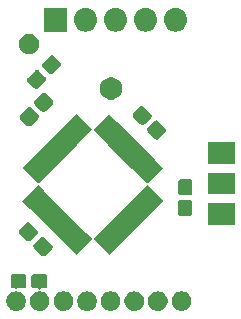
<source format=gbr>
%TF.GenerationSoftware,KiCad,Pcbnew,(5.0.2)-1*%
%TF.CreationDate,2019-01-25T23:08:12+01:00*%
%TF.ProjectId,HM-LC-Sw1-Pl-DN-R1_S26,484d2d4c-432d-4537-9731-2d506c2d444e,rev?*%
%TF.SameCoordinates,Original*%
%TF.FileFunction,Soldermask,Bot*%
%TF.FilePolarity,Negative*%
%FSLAX46Y46*%
G04 Gerber Fmt 4.6, Leading zero omitted, Abs format (unit mm)*
G04 Created by KiCad (PCBNEW (5.0.2)-1) date 25.01.2019 23:08:12*
%MOMM*%
%LPD*%
G01*
G04 APERTURE LIST*
%ADD10C,0.100000*%
G04 APERTURE END LIST*
D10*
G36*
X160152554Y-118839656D02*
X160205684Y-118850224D01*
X160355824Y-118912414D01*
X160490036Y-119002092D01*
X160490950Y-119002703D01*
X160605857Y-119117610D01*
X160605859Y-119117613D01*
X160696146Y-119252736D01*
X160758336Y-119402876D01*
X160790040Y-119562265D01*
X160790040Y-119724775D01*
X160758336Y-119884164D01*
X160696146Y-120034304D01*
X160606468Y-120168516D01*
X160605857Y-120169430D01*
X160490950Y-120284337D01*
X160490947Y-120284339D01*
X160355824Y-120374626D01*
X160205684Y-120436816D01*
X160152554Y-120447384D01*
X160046297Y-120468520D01*
X159883783Y-120468520D01*
X159777526Y-120447384D01*
X159724396Y-120436816D01*
X159574256Y-120374626D01*
X159439133Y-120284339D01*
X159439130Y-120284337D01*
X159324223Y-120169430D01*
X159323612Y-120168516D01*
X159233934Y-120034304D01*
X159171744Y-119884164D01*
X159140040Y-119724775D01*
X159140040Y-119562265D01*
X159171744Y-119402876D01*
X159233934Y-119252736D01*
X159324221Y-119117613D01*
X159324223Y-119117610D01*
X159439130Y-119002703D01*
X159440044Y-119002092D01*
X159574256Y-118912414D01*
X159724396Y-118850224D01*
X159777526Y-118839656D01*
X159883783Y-118818520D01*
X160046297Y-118818520D01*
X160152554Y-118839656D01*
X160152554Y-118839656D01*
G37*
G36*
X158152554Y-118839656D02*
X158205684Y-118850224D01*
X158355824Y-118912414D01*
X158490036Y-119002092D01*
X158490950Y-119002703D01*
X158605857Y-119117610D01*
X158605859Y-119117613D01*
X158696146Y-119252736D01*
X158758336Y-119402876D01*
X158790040Y-119562265D01*
X158790040Y-119724775D01*
X158758336Y-119884164D01*
X158696146Y-120034304D01*
X158606468Y-120168516D01*
X158605857Y-120169430D01*
X158490950Y-120284337D01*
X158490947Y-120284339D01*
X158355824Y-120374626D01*
X158205684Y-120436816D01*
X158152554Y-120447384D01*
X158046297Y-120468520D01*
X157883783Y-120468520D01*
X157777526Y-120447384D01*
X157724396Y-120436816D01*
X157574256Y-120374626D01*
X157439133Y-120284339D01*
X157439130Y-120284337D01*
X157324223Y-120169430D01*
X157323612Y-120168516D01*
X157233934Y-120034304D01*
X157171744Y-119884164D01*
X157140040Y-119724775D01*
X157140040Y-119562265D01*
X157171744Y-119402876D01*
X157233934Y-119252736D01*
X157324221Y-119117613D01*
X157324223Y-119117610D01*
X157439130Y-119002703D01*
X157440044Y-119002092D01*
X157574256Y-118912414D01*
X157724396Y-118850224D01*
X157777526Y-118839656D01*
X157883783Y-118818520D01*
X158046297Y-118818520D01*
X158152554Y-118839656D01*
X158152554Y-118839656D01*
G37*
G36*
X156152554Y-118839656D02*
X156205684Y-118850224D01*
X156355824Y-118912414D01*
X156490036Y-119002092D01*
X156490950Y-119002703D01*
X156605857Y-119117610D01*
X156605859Y-119117613D01*
X156696146Y-119252736D01*
X156758336Y-119402876D01*
X156790040Y-119562265D01*
X156790040Y-119724775D01*
X156758336Y-119884164D01*
X156696146Y-120034304D01*
X156606468Y-120168516D01*
X156605857Y-120169430D01*
X156490950Y-120284337D01*
X156490947Y-120284339D01*
X156355824Y-120374626D01*
X156205684Y-120436816D01*
X156152554Y-120447384D01*
X156046297Y-120468520D01*
X155883783Y-120468520D01*
X155777526Y-120447384D01*
X155724396Y-120436816D01*
X155574256Y-120374626D01*
X155439133Y-120284339D01*
X155439130Y-120284337D01*
X155324223Y-120169430D01*
X155323612Y-120168516D01*
X155233934Y-120034304D01*
X155171744Y-119884164D01*
X155140040Y-119724775D01*
X155140040Y-119562265D01*
X155171744Y-119402876D01*
X155233934Y-119252736D01*
X155324221Y-119117613D01*
X155324223Y-119117610D01*
X155439130Y-119002703D01*
X155440044Y-119002092D01*
X155574256Y-118912414D01*
X155724396Y-118850224D01*
X155777526Y-118839656D01*
X155883783Y-118818520D01*
X156046297Y-118818520D01*
X156152554Y-118839656D01*
X156152554Y-118839656D01*
G37*
G36*
X154152554Y-118839656D02*
X154205684Y-118850224D01*
X154355824Y-118912414D01*
X154490036Y-119002092D01*
X154490950Y-119002703D01*
X154605857Y-119117610D01*
X154605859Y-119117613D01*
X154696146Y-119252736D01*
X154758336Y-119402876D01*
X154790040Y-119562265D01*
X154790040Y-119724775D01*
X154758336Y-119884164D01*
X154696146Y-120034304D01*
X154606468Y-120168516D01*
X154605857Y-120169430D01*
X154490950Y-120284337D01*
X154490947Y-120284339D01*
X154355824Y-120374626D01*
X154205684Y-120436816D01*
X154152554Y-120447384D01*
X154046297Y-120468520D01*
X153883783Y-120468520D01*
X153777526Y-120447384D01*
X153724396Y-120436816D01*
X153574256Y-120374626D01*
X153439133Y-120284339D01*
X153439130Y-120284337D01*
X153324223Y-120169430D01*
X153323612Y-120168516D01*
X153233934Y-120034304D01*
X153171744Y-119884164D01*
X153140040Y-119724775D01*
X153140040Y-119562265D01*
X153171744Y-119402876D01*
X153233934Y-119252736D01*
X153324221Y-119117613D01*
X153324223Y-119117610D01*
X153439130Y-119002703D01*
X153440044Y-119002092D01*
X153574256Y-118912414D01*
X153724396Y-118850224D01*
X153777526Y-118839656D01*
X153883783Y-118818520D01*
X154046297Y-118818520D01*
X154152554Y-118839656D01*
X154152554Y-118839656D01*
G37*
G36*
X152152554Y-118839656D02*
X152205684Y-118850224D01*
X152355824Y-118912414D01*
X152490036Y-119002092D01*
X152490950Y-119002703D01*
X152605857Y-119117610D01*
X152605859Y-119117613D01*
X152696146Y-119252736D01*
X152758336Y-119402876D01*
X152790040Y-119562265D01*
X152790040Y-119724775D01*
X152758336Y-119884164D01*
X152696146Y-120034304D01*
X152606468Y-120168516D01*
X152605857Y-120169430D01*
X152490950Y-120284337D01*
X152490947Y-120284339D01*
X152355824Y-120374626D01*
X152205684Y-120436816D01*
X152152554Y-120447384D01*
X152046297Y-120468520D01*
X151883783Y-120468520D01*
X151777526Y-120447384D01*
X151724396Y-120436816D01*
X151574256Y-120374626D01*
X151439133Y-120284339D01*
X151439130Y-120284337D01*
X151324223Y-120169430D01*
X151323612Y-120168516D01*
X151233934Y-120034304D01*
X151171744Y-119884164D01*
X151140040Y-119724775D01*
X151140040Y-119562265D01*
X151171744Y-119402876D01*
X151233934Y-119252736D01*
X151324221Y-119117613D01*
X151324223Y-119117610D01*
X151439130Y-119002703D01*
X151440044Y-119002092D01*
X151574256Y-118912414D01*
X151724396Y-118850224D01*
X151777526Y-118839656D01*
X151883783Y-118818520D01*
X152046297Y-118818520D01*
X152152554Y-118839656D01*
X152152554Y-118839656D01*
G37*
G36*
X150152554Y-118839656D02*
X150205684Y-118850224D01*
X150355824Y-118912414D01*
X150490036Y-119002092D01*
X150490950Y-119002703D01*
X150605857Y-119117610D01*
X150605859Y-119117613D01*
X150696146Y-119252736D01*
X150758336Y-119402876D01*
X150790040Y-119562265D01*
X150790040Y-119724775D01*
X150758336Y-119884164D01*
X150696146Y-120034304D01*
X150606468Y-120168516D01*
X150605857Y-120169430D01*
X150490950Y-120284337D01*
X150490947Y-120284339D01*
X150355824Y-120374626D01*
X150205684Y-120436816D01*
X150152554Y-120447384D01*
X150046297Y-120468520D01*
X149883783Y-120468520D01*
X149777526Y-120447384D01*
X149724396Y-120436816D01*
X149574256Y-120374626D01*
X149439133Y-120284339D01*
X149439130Y-120284337D01*
X149324223Y-120169430D01*
X149323612Y-120168516D01*
X149233934Y-120034304D01*
X149171744Y-119884164D01*
X149140040Y-119724775D01*
X149140040Y-119562265D01*
X149171744Y-119402876D01*
X149233934Y-119252736D01*
X149324221Y-119117613D01*
X149324223Y-119117610D01*
X149439130Y-119002703D01*
X149440044Y-119002092D01*
X149574256Y-118912414D01*
X149724396Y-118850224D01*
X149777526Y-118839656D01*
X149883783Y-118818520D01*
X150046297Y-118818520D01*
X150152554Y-118839656D01*
X150152554Y-118839656D01*
G37*
G36*
X148394333Y-117332917D02*
X148441120Y-117347109D01*
X148484238Y-117370157D01*
X148522029Y-117401171D01*
X148553043Y-117438962D01*
X148576091Y-117482080D01*
X148590283Y-117528867D01*
X148595680Y-117583661D01*
X148595680Y-118321379D01*
X148590283Y-118376173D01*
X148576091Y-118422960D01*
X148553043Y-118466078D01*
X148522029Y-118503869D01*
X148484238Y-118534883D01*
X148441120Y-118557931D01*
X148394333Y-118572123D01*
X148339539Y-118577520D01*
X148103853Y-118577520D01*
X148079467Y-118579922D01*
X148056018Y-118587035D01*
X148034407Y-118598586D01*
X148015465Y-118614132D01*
X147999919Y-118633074D01*
X147988368Y-118654685D01*
X147981255Y-118678134D01*
X147978853Y-118702520D01*
X147981255Y-118726906D01*
X147988368Y-118750355D01*
X147999919Y-118771966D01*
X148015465Y-118790908D01*
X148034407Y-118806454D01*
X148056018Y-118818005D01*
X148079467Y-118825118D01*
X148146983Y-118838548D01*
X148205684Y-118850224D01*
X148355824Y-118912414D01*
X148490036Y-119002092D01*
X148490950Y-119002703D01*
X148605857Y-119117610D01*
X148605859Y-119117613D01*
X148696146Y-119252736D01*
X148758336Y-119402876D01*
X148790040Y-119562265D01*
X148790040Y-119724775D01*
X148758336Y-119884164D01*
X148696146Y-120034304D01*
X148606468Y-120168516D01*
X148605857Y-120169430D01*
X148490950Y-120284337D01*
X148490947Y-120284339D01*
X148355824Y-120374626D01*
X148205684Y-120436816D01*
X148152554Y-120447384D01*
X148046297Y-120468520D01*
X147883783Y-120468520D01*
X147777526Y-120447384D01*
X147724396Y-120436816D01*
X147574256Y-120374626D01*
X147439133Y-120284339D01*
X147439130Y-120284337D01*
X147324223Y-120169430D01*
X147323612Y-120168516D01*
X147233934Y-120034304D01*
X147171744Y-119884164D01*
X147140040Y-119724775D01*
X147140040Y-119562265D01*
X147171744Y-119402876D01*
X147233934Y-119252736D01*
X147324221Y-119117613D01*
X147324223Y-119117610D01*
X147439130Y-119002703D01*
X147440044Y-119002092D01*
X147574256Y-118912414D01*
X147724396Y-118850224D01*
X147783097Y-118838548D01*
X147850613Y-118825118D01*
X147874062Y-118818005D01*
X147895673Y-118806454D01*
X147914615Y-118790908D01*
X147930161Y-118771966D01*
X147941712Y-118750355D01*
X147948825Y-118726906D01*
X147951227Y-118702520D01*
X147948825Y-118678134D01*
X147941712Y-118654685D01*
X147930161Y-118633074D01*
X147914615Y-118614132D01*
X147895673Y-118598586D01*
X147874062Y-118587035D01*
X147850613Y-118579922D01*
X147826227Y-118577520D01*
X147501821Y-118577520D01*
X147447027Y-118572123D01*
X147400240Y-118557931D01*
X147357122Y-118534883D01*
X147319331Y-118503869D01*
X147288317Y-118466078D01*
X147265269Y-118422960D01*
X147251077Y-118376173D01*
X147245680Y-118321379D01*
X147245680Y-117583661D01*
X147251077Y-117528867D01*
X147265269Y-117482080D01*
X147288317Y-117438962D01*
X147319331Y-117401171D01*
X147357122Y-117370157D01*
X147400240Y-117347109D01*
X147447027Y-117332917D01*
X147501821Y-117327520D01*
X148339539Y-117327520D01*
X148394333Y-117332917D01*
X148394333Y-117332917D01*
G37*
G36*
X146644333Y-117332917D02*
X146691120Y-117347109D01*
X146734238Y-117370157D01*
X146772029Y-117401171D01*
X146803043Y-117438962D01*
X146826091Y-117482080D01*
X146840283Y-117528867D01*
X146845680Y-117583661D01*
X146845680Y-118321379D01*
X146840283Y-118376173D01*
X146826091Y-118422960D01*
X146803043Y-118466078D01*
X146772029Y-118503869D01*
X146734238Y-118534883D01*
X146691120Y-118557931D01*
X146644333Y-118572123D01*
X146589539Y-118577520D01*
X146103853Y-118577520D01*
X146079467Y-118579922D01*
X146056018Y-118587035D01*
X146034407Y-118598586D01*
X146015465Y-118614132D01*
X145999919Y-118633074D01*
X145988368Y-118654685D01*
X145981255Y-118678134D01*
X145978853Y-118702520D01*
X145981255Y-118726906D01*
X145988368Y-118750355D01*
X145999919Y-118771966D01*
X146015465Y-118790908D01*
X146034407Y-118806454D01*
X146056018Y-118818005D01*
X146079467Y-118825118D01*
X146146983Y-118838548D01*
X146205684Y-118850224D01*
X146355824Y-118912414D01*
X146490036Y-119002092D01*
X146490950Y-119002703D01*
X146605857Y-119117610D01*
X146605859Y-119117613D01*
X146696146Y-119252736D01*
X146758336Y-119402876D01*
X146790040Y-119562265D01*
X146790040Y-119724775D01*
X146758336Y-119884164D01*
X146696146Y-120034304D01*
X146606468Y-120168516D01*
X146605857Y-120169430D01*
X146490950Y-120284337D01*
X146490947Y-120284339D01*
X146355824Y-120374626D01*
X146205684Y-120436816D01*
X146152554Y-120447384D01*
X146046297Y-120468520D01*
X145883783Y-120468520D01*
X145777526Y-120447384D01*
X145724396Y-120436816D01*
X145574256Y-120374626D01*
X145439133Y-120284339D01*
X145439130Y-120284337D01*
X145324223Y-120169430D01*
X145323612Y-120168516D01*
X145233934Y-120034304D01*
X145171744Y-119884164D01*
X145140040Y-119724775D01*
X145140040Y-119562265D01*
X145171744Y-119402876D01*
X145233934Y-119252736D01*
X145324221Y-119117613D01*
X145324223Y-119117610D01*
X145439130Y-119002703D01*
X145440044Y-119002092D01*
X145574256Y-118912414D01*
X145724396Y-118850224D01*
X145783097Y-118838548D01*
X145850613Y-118825118D01*
X145874062Y-118818005D01*
X145895673Y-118806454D01*
X145914615Y-118790908D01*
X145930161Y-118771966D01*
X145941712Y-118750355D01*
X145948825Y-118726906D01*
X145951227Y-118702520D01*
X145948825Y-118678134D01*
X145941712Y-118654685D01*
X145930161Y-118633074D01*
X145914615Y-118614132D01*
X145895673Y-118598586D01*
X145874062Y-118587035D01*
X145850613Y-118579922D01*
X145826227Y-118577520D01*
X145751821Y-118577520D01*
X145697027Y-118572123D01*
X145650240Y-118557931D01*
X145607122Y-118534883D01*
X145569331Y-118503869D01*
X145538317Y-118466078D01*
X145515269Y-118422960D01*
X145501077Y-118376173D01*
X145495680Y-118321379D01*
X145495680Y-117583661D01*
X145501077Y-117528867D01*
X145515269Y-117482080D01*
X145538317Y-117438962D01*
X145569331Y-117401171D01*
X145607122Y-117370157D01*
X145650240Y-117347109D01*
X145697027Y-117332917D01*
X145751821Y-117327520D01*
X146589539Y-117327520D01*
X146644333Y-117332917D01*
X146644333Y-117332917D01*
G37*
G36*
X148256816Y-114210030D02*
X148303603Y-114224222D01*
X148346721Y-114247270D01*
X148389283Y-114282199D01*
X148981637Y-114874553D01*
X149016566Y-114917115D01*
X149039614Y-114960233D01*
X149053806Y-115007020D01*
X149058598Y-115055673D01*
X149053806Y-115104326D01*
X149039614Y-115151113D01*
X149016566Y-115194231D01*
X148981637Y-115236793D01*
X148459993Y-115758437D01*
X148417431Y-115793366D01*
X148374313Y-115816414D01*
X148327526Y-115830606D01*
X148278873Y-115835398D01*
X148230220Y-115830606D01*
X148183433Y-115816414D01*
X148140315Y-115793366D01*
X148097753Y-115758437D01*
X147505399Y-115166083D01*
X147470470Y-115123521D01*
X147447422Y-115080403D01*
X147433230Y-115033616D01*
X147428438Y-114984963D01*
X147433230Y-114936310D01*
X147447422Y-114889523D01*
X147470470Y-114846405D01*
X147505399Y-114803843D01*
X148027043Y-114282199D01*
X148069605Y-114247270D01*
X148112723Y-114224222D01*
X148159510Y-114210030D01*
X148208163Y-114205238D01*
X148256816Y-114210030D01*
X148256816Y-114210030D01*
G37*
G36*
X147838074Y-109777786D02*
X147845187Y-109801235D01*
X147856738Y-109822846D01*
X147872284Y-109841788D01*
X148314226Y-110283730D01*
X148314232Y-110283735D01*
X149092039Y-111061542D01*
X149092044Y-111061548D01*
X151142653Y-113112157D01*
X151142659Y-113112162D01*
X151920466Y-113889969D01*
X151920471Y-113889975D01*
X152362412Y-114331916D01*
X152381354Y-114347462D01*
X152402965Y-114359013D01*
X152426414Y-114366126D01*
X152438049Y-114367272D01*
X152426414Y-114368418D01*
X152402965Y-114375531D01*
X152381354Y-114387082D01*
X152362412Y-114402628D01*
X151054264Y-115710776D01*
X150364840Y-115021352D01*
X150364835Y-115021346D01*
X150011282Y-114667793D01*
X150011276Y-114667788D01*
X147536413Y-112192925D01*
X147536408Y-112192919D01*
X147182855Y-111839366D01*
X147182849Y-111839361D01*
X146493424Y-111149936D01*
X147801572Y-109841788D01*
X147817118Y-109822846D01*
X147828669Y-109801235D01*
X147835782Y-109777786D01*
X147836928Y-109766151D01*
X147838074Y-109777786D01*
X147838074Y-109777786D01*
G37*
G36*
X157065818Y-109777786D02*
X157072931Y-109801235D01*
X157084482Y-109822846D01*
X157100028Y-109841788D01*
X158408176Y-111149936D01*
X153847336Y-115710776D01*
X152539188Y-114402628D01*
X152520246Y-114387082D01*
X152498635Y-114375531D01*
X152475186Y-114368418D01*
X152463551Y-114367272D01*
X152475186Y-114366126D01*
X152498635Y-114359013D01*
X152520246Y-114347462D01*
X152539188Y-114331916D01*
X152981130Y-113889975D01*
X152981139Y-113889964D01*
X153758937Y-113112166D01*
X153758948Y-113112157D01*
X154324633Y-112546471D01*
X155456004Y-111415100D01*
X155809557Y-111061548D01*
X155809566Y-111061537D01*
X156587364Y-110283739D01*
X156587375Y-110283730D01*
X157029316Y-109841788D01*
X157044862Y-109822846D01*
X157056413Y-109801235D01*
X157063526Y-109777786D01*
X157064672Y-109766151D01*
X157065818Y-109777786D01*
X157065818Y-109777786D01*
G37*
G36*
X147019380Y-112972594D02*
X147066167Y-112986786D01*
X147109285Y-113009834D01*
X147151847Y-113044763D01*
X147744201Y-113637117D01*
X147779130Y-113679679D01*
X147802178Y-113722797D01*
X147816370Y-113769584D01*
X147821162Y-113818237D01*
X147816370Y-113866890D01*
X147802178Y-113913677D01*
X147779130Y-113956795D01*
X147744201Y-113999357D01*
X147222557Y-114521001D01*
X147179995Y-114555930D01*
X147136877Y-114578978D01*
X147090090Y-114593170D01*
X147041437Y-114597962D01*
X146992784Y-114593170D01*
X146945997Y-114578978D01*
X146902879Y-114555930D01*
X146860317Y-114521001D01*
X146267963Y-113928647D01*
X146233034Y-113886085D01*
X146209986Y-113842967D01*
X146195794Y-113796180D01*
X146191002Y-113747527D01*
X146195794Y-113698874D01*
X146209986Y-113652087D01*
X146233034Y-113608969D01*
X146267963Y-113566407D01*
X146789607Y-113044763D01*
X146832169Y-113009834D01*
X146875287Y-112986786D01*
X146922074Y-112972594D01*
X146970727Y-112967802D01*
X147019380Y-112972594D01*
X147019380Y-112972594D01*
G37*
G36*
X164522800Y-113168000D02*
X162222800Y-113168000D01*
X162222800Y-111368000D01*
X164522800Y-111368000D01*
X164522800Y-113168000D01*
X164522800Y-113168000D01*
G37*
G36*
X160697653Y-111081476D02*
X160744440Y-111095668D01*
X160787558Y-111118716D01*
X160825349Y-111149730D01*
X160856363Y-111187521D01*
X160879411Y-111230639D01*
X160893603Y-111277426D01*
X160899000Y-111332220D01*
X160899000Y-112169938D01*
X160893603Y-112224732D01*
X160879411Y-112271519D01*
X160856363Y-112314637D01*
X160825349Y-112352428D01*
X160787558Y-112383442D01*
X160744440Y-112406490D01*
X160697653Y-112420682D01*
X160642859Y-112426079D01*
X159905141Y-112426079D01*
X159850347Y-112420682D01*
X159803560Y-112406490D01*
X159760442Y-112383442D01*
X159722651Y-112352428D01*
X159691637Y-112314637D01*
X159668589Y-112271519D01*
X159654397Y-112224732D01*
X159649000Y-112169938D01*
X159649000Y-111332220D01*
X159654397Y-111277426D01*
X159668589Y-111230639D01*
X159691637Y-111187521D01*
X159722651Y-111149730D01*
X159760442Y-111118716D01*
X159803560Y-111095668D01*
X159850347Y-111081476D01*
X159905141Y-111076079D01*
X160642859Y-111076079D01*
X160697653Y-111081476D01*
X160697653Y-111081476D01*
G37*
G36*
X160697653Y-109331478D02*
X160744440Y-109345670D01*
X160787558Y-109368718D01*
X160825349Y-109399732D01*
X160856363Y-109437523D01*
X160879411Y-109480641D01*
X160893603Y-109527428D01*
X160899000Y-109582222D01*
X160899000Y-110419940D01*
X160893603Y-110474734D01*
X160879411Y-110521521D01*
X160856363Y-110564639D01*
X160825349Y-110602430D01*
X160787558Y-110633444D01*
X160744440Y-110656492D01*
X160697653Y-110670684D01*
X160642859Y-110676081D01*
X159905141Y-110676081D01*
X159850347Y-110670684D01*
X159803560Y-110656492D01*
X159760442Y-110633444D01*
X159722651Y-110602430D01*
X159691637Y-110564639D01*
X159668589Y-110521521D01*
X159654397Y-110474734D01*
X159649000Y-110419940D01*
X159649000Y-109582222D01*
X159654397Y-109527428D01*
X159668589Y-109480641D01*
X159691637Y-109437523D01*
X159722651Y-109399732D01*
X159760442Y-109368718D01*
X159803560Y-109345670D01*
X159850347Y-109331478D01*
X159905141Y-109326081D01*
X160642859Y-109326081D01*
X160697653Y-109331478D01*
X160697653Y-109331478D01*
G37*
G36*
X164522800Y-110602600D02*
X162222800Y-110602600D01*
X162222800Y-108802600D01*
X164522800Y-108802600D01*
X164522800Y-110602600D01*
X164522800Y-110602600D01*
G37*
G36*
X152362412Y-105104172D02*
X152381354Y-105119718D01*
X152402965Y-105131269D01*
X152426414Y-105138382D01*
X152438049Y-105139528D01*
X152426414Y-105140674D01*
X152402965Y-105147787D01*
X152381354Y-105159338D01*
X152362412Y-105174884D01*
X151920471Y-105616826D01*
X151142653Y-106394644D01*
X150576967Y-106960329D01*
X149445596Y-108091700D01*
X149092044Y-108445253D01*
X148314226Y-109223071D01*
X147872284Y-109665012D01*
X147856738Y-109683954D01*
X147845187Y-109705565D01*
X147838074Y-109729014D01*
X147836928Y-109740649D01*
X147835782Y-109729014D01*
X147828669Y-109705565D01*
X147817118Y-109683954D01*
X147801572Y-109665012D01*
X146493424Y-108356864D01*
X147182844Y-107667444D01*
X147182855Y-107667435D01*
X147536408Y-107313882D01*
X147536417Y-107313871D01*
X150011271Y-104839017D01*
X150011282Y-104839008D01*
X150364835Y-104485455D01*
X150364844Y-104485444D01*
X151054264Y-103796024D01*
X152362412Y-105104172D01*
X152362412Y-105104172D01*
G37*
G36*
X154536761Y-104485449D02*
X154536766Y-104485455D01*
X154890319Y-104839008D01*
X154890325Y-104839013D01*
X157365188Y-107313876D01*
X157365193Y-107313882D01*
X157718746Y-107667435D01*
X157718752Y-107667440D01*
X158408176Y-108356864D01*
X157100028Y-109665012D01*
X157084482Y-109683954D01*
X157072931Y-109705565D01*
X157065818Y-109729014D01*
X157064672Y-109740649D01*
X157063526Y-109729014D01*
X157056413Y-109705564D01*
X157044862Y-109683954D01*
X157029316Y-109665012D01*
X156587375Y-109223071D01*
X156587369Y-109223066D01*
X155809562Y-108445259D01*
X155809557Y-108445253D01*
X153758948Y-106394644D01*
X153758942Y-106394639D01*
X152981135Y-105616832D01*
X152981130Y-105616826D01*
X152539188Y-105174884D01*
X152520246Y-105159338D01*
X152498635Y-105147787D01*
X152475186Y-105140674D01*
X152463551Y-105139528D01*
X152475186Y-105138382D01*
X152498635Y-105131269D01*
X152520246Y-105119718D01*
X152539188Y-105104172D01*
X153847336Y-103796024D01*
X154536761Y-104485449D01*
X154536761Y-104485449D01*
G37*
G36*
X164522800Y-108011800D02*
X162222800Y-108011800D01*
X162222800Y-106211800D01*
X164522800Y-106211800D01*
X164522800Y-108011800D01*
X164522800Y-108011800D01*
G37*
G36*
X157883416Y-104344670D02*
X157930203Y-104358862D01*
X157973321Y-104381910D01*
X158015883Y-104416839D01*
X158608237Y-105009193D01*
X158643166Y-105051755D01*
X158666214Y-105094873D01*
X158680406Y-105141660D01*
X158685198Y-105190313D01*
X158680406Y-105238966D01*
X158666214Y-105285753D01*
X158643166Y-105328871D01*
X158608237Y-105371433D01*
X158086593Y-105893077D01*
X158044031Y-105928006D01*
X158000913Y-105951054D01*
X157954126Y-105965246D01*
X157905473Y-105970038D01*
X157856820Y-105965246D01*
X157810033Y-105951054D01*
X157766915Y-105928006D01*
X157724353Y-105893077D01*
X157131999Y-105300723D01*
X157097070Y-105258161D01*
X157074022Y-105215043D01*
X157059830Y-105168256D01*
X157055038Y-105119603D01*
X157059830Y-105070950D01*
X157074022Y-105024163D01*
X157097070Y-104981045D01*
X157131999Y-104938483D01*
X157653643Y-104416839D01*
X157696205Y-104381910D01*
X157739323Y-104358862D01*
X157786110Y-104344670D01*
X157834763Y-104339878D01*
X157883416Y-104344670D01*
X157883416Y-104344670D01*
G37*
G36*
X147156130Y-103232150D02*
X147202917Y-103246342D01*
X147246035Y-103269390D01*
X147288597Y-103304319D01*
X147810241Y-103825963D01*
X147845170Y-103868525D01*
X147868218Y-103911643D01*
X147882410Y-103958430D01*
X147887202Y-104007083D01*
X147882410Y-104055736D01*
X147868218Y-104102523D01*
X147845170Y-104145641D01*
X147810241Y-104188203D01*
X147217887Y-104780557D01*
X147175325Y-104815486D01*
X147132207Y-104838534D01*
X147085420Y-104852726D01*
X147036767Y-104857518D01*
X146988114Y-104852726D01*
X146941327Y-104838534D01*
X146898209Y-104815486D01*
X146855647Y-104780557D01*
X146334003Y-104258913D01*
X146299074Y-104216351D01*
X146276026Y-104173233D01*
X146261834Y-104126446D01*
X146257042Y-104077793D01*
X146261834Y-104029140D01*
X146276026Y-103982353D01*
X146299074Y-103939235D01*
X146334003Y-103896673D01*
X146926357Y-103304319D01*
X146968919Y-103269390D01*
X147012037Y-103246342D01*
X147058824Y-103232150D01*
X147107477Y-103227358D01*
X147156130Y-103232150D01*
X147156130Y-103232150D01*
G37*
G36*
X156645980Y-103107234D02*
X156692767Y-103121426D01*
X156735885Y-103144474D01*
X156778447Y-103179403D01*
X157370801Y-103771757D01*
X157405730Y-103814319D01*
X157428778Y-103857437D01*
X157442970Y-103904224D01*
X157447762Y-103952877D01*
X157442970Y-104001530D01*
X157428778Y-104048317D01*
X157405730Y-104091435D01*
X157370801Y-104133997D01*
X156849157Y-104655641D01*
X156806595Y-104690570D01*
X156763477Y-104713618D01*
X156716690Y-104727810D01*
X156668037Y-104732602D01*
X156619384Y-104727810D01*
X156572597Y-104713618D01*
X156529479Y-104690570D01*
X156486917Y-104655641D01*
X155894563Y-104063287D01*
X155859634Y-104020725D01*
X155836586Y-103977607D01*
X155822394Y-103930820D01*
X155817602Y-103882167D01*
X155822394Y-103833514D01*
X155836586Y-103786727D01*
X155859634Y-103743609D01*
X155894563Y-103701047D01*
X156416207Y-103179403D01*
X156458769Y-103144474D01*
X156501887Y-103121426D01*
X156548674Y-103107234D01*
X156597327Y-103102442D01*
X156645980Y-103107234D01*
X156645980Y-103107234D01*
G37*
G36*
X148393566Y-101994714D02*
X148440353Y-102008906D01*
X148483471Y-102031954D01*
X148526033Y-102066883D01*
X149047677Y-102588527D01*
X149082606Y-102631089D01*
X149105654Y-102674207D01*
X149119846Y-102720994D01*
X149124638Y-102769647D01*
X149119846Y-102818300D01*
X149105654Y-102865087D01*
X149082606Y-102908205D01*
X149047677Y-102950767D01*
X148455323Y-103543121D01*
X148412761Y-103578050D01*
X148369643Y-103601098D01*
X148322856Y-103615290D01*
X148274203Y-103620082D01*
X148225550Y-103615290D01*
X148178763Y-103601098D01*
X148135645Y-103578050D01*
X148093083Y-103543121D01*
X147571439Y-103021477D01*
X147536510Y-102978915D01*
X147513462Y-102935797D01*
X147499270Y-102889010D01*
X147494478Y-102840357D01*
X147499270Y-102791704D01*
X147513462Y-102744917D01*
X147536510Y-102701799D01*
X147571439Y-102659237D01*
X148163793Y-102066883D01*
X148206355Y-102031954D01*
X148249473Y-102008906D01*
X148296260Y-101994714D01*
X148344913Y-101989922D01*
X148393566Y-101994714D01*
X148393566Y-101994714D01*
G37*
G36*
X154139651Y-100709927D02*
X154277305Y-100737308D01*
X154450194Y-100808921D01*
X154605790Y-100912887D01*
X154738113Y-101045210D01*
X154842079Y-101200806D01*
X154913692Y-101373695D01*
X154950200Y-101557233D01*
X154950200Y-101744367D01*
X154913692Y-101927905D01*
X154842079Y-102100794D01*
X154738113Y-102256390D01*
X154605790Y-102388713D01*
X154450194Y-102492679D01*
X154277305Y-102564292D01*
X154139651Y-102591673D01*
X154093768Y-102600800D01*
X153906632Y-102600800D01*
X153860749Y-102591673D01*
X153723095Y-102564292D01*
X153550206Y-102492679D01*
X153394610Y-102388713D01*
X153262287Y-102256390D01*
X153158321Y-102100794D01*
X153086708Y-101927905D01*
X153050200Y-101744367D01*
X153050200Y-101557233D01*
X153086708Y-101373695D01*
X153158321Y-101200806D01*
X153262287Y-101045210D01*
X153394610Y-100912887D01*
X153550206Y-100808921D01*
X153723095Y-100737308D01*
X153860749Y-100709927D01*
X153906632Y-100700800D01*
X154093768Y-100700800D01*
X154139651Y-100709927D01*
X154139651Y-100709927D01*
G37*
G36*
X147786050Y-100062230D02*
X147832837Y-100076422D01*
X147875955Y-100099470D01*
X147918517Y-100134399D01*
X148440161Y-100656043D01*
X148475090Y-100698605D01*
X148498138Y-100741723D01*
X148512330Y-100788510D01*
X148517122Y-100837163D01*
X148512330Y-100885816D01*
X148498138Y-100932603D01*
X148475090Y-100975721D01*
X148440161Y-101018283D01*
X147847807Y-101610637D01*
X147805245Y-101645566D01*
X147762127Y-101668614D01*
X147715340Y-101682806D01*
X147666687Y-101687598D01*
X147618034Y-101682806D01*
X147571247Y-101668614D01*
X147528129Y-101645566D01*
X147485567Y-101610637D01*
X146963923Y-101088993D01*
X146928994Y-101046431D01*
X146905946Y-101003313D01*
X146891754Y-100956526D01*
X146886962Y-100907873D01*
X146891754Y-100859220D01*
X146905946Y-100812433D01*
X146928994Y-100769315D01*
X146963923Y-100726753D01*
X147556277Y-100134399D01*
X147598839Y-100099470D01*
X147641957Y-100076422D01*
X147688744Y-100062230D01*
X147737397Y-100057438D01*
X147786050Y-100062230D01*
X147786050Y-100062230D01*
G37*
G36*
X149023486Y-98824794D02*
X149070273Y-98838986D01*
X149113391Y-98862034D01*
X149155953Y-98896963D01*
X149677597Y-99418607D01*
X149712526Y-99461169D01*
X149735574Y-99504287D01*
X149749766Y-99551074D01*
X149754558Y-99599727D01*
X149749766Y-99648380D01*
X149735574Y-99695167D01*
X149712526Y-99738285D01*
X149677597Y-99780847D01*
X149085243Y-100373201D01*
X149042681Y-100408130D01*
X148999563Y-100431178D01*
X148952776Y-100445370D01*
X148904123Y-100450162D01*
X148855470Y-100445370D01*
X148808683Y-100431178D01*
X148765565Y-100408130D01*
X148723003Y-100373201D01*
X148201359Y-99851557D01*
X148166430Y-99808995D01*
X148143382Y-99765877D01*
X148129190Y-99719090D01*
X148124398Y-99670437D01*
X148129190Y-99621784D01*
X148143382Y-99574997D01*
X148166430Y-99531879D01*
X148201359Y-99489317D01*
X148793713Y-98896963D01*
X148836275Y-98862034D01*
X148879393Y-98838986D01*
X148926180Y-98824794D01*
X148974833Y-98820002D01*
X149023486Y-98824794D01*
X149023486Y-98824794D01*
G37*
G36*
X147313934Y-97074264D02*
X147468627Y-97138340D01*
X147607847Y-97231364D01*
X147726236Y-97349753D01*
X147819260Y-97488973D01*
X147883336Y-97643666D01*
X147916000Y-97807881D01*
X147916000Y-97975319D01*
X147883336Y-98139534D01*
X147819260Y-98294227D01*
X147726236Y-98433447D01*
X147607847Y-98551836D01*
X147468627Y-98644860D01*
X147313934Y-98708936D01*
X147149719Y-98741600D01*
X146982281Y-98741600D01*
X146818066Y-98708936D01*
X146663373Y-98644860D01*
X146524153Y-98551836D01*
X146405764Y-98433447D01*
X146312740Y-98294227D01*
X146248664Y-98139534D01*
X146216000Y-97975319D01*
X146216000Y-97807881D01*
X146248664Y-97643666D01*
X146312740Y-97488973D01*
X146405764Y-97349753D01*
X146524153Y-97231364D01*
X146663373Y-97138340D01*
X146818066Y-97074264D01*
X146982281Y-97041600D01*
X147149719Y-97041600D01*
X147313934Y-97074264D01*
X147313934Y-97074264D01*
G37*
G36*
X159657230Y-94848669D02*
X159657233Y-94848670D01*
X159657234Y-94848670D01*
X159845735Y-94905851D01*
X159845737Y-94905852D01*
X160019460Y-94998709D01*
X160171728Y-95123672D01*
X160296691Y-95275940D01*
X160389548Y-95449663D01*
X160446731Y-95638170D01*
X160466038Y-95834200D01*
X160446731Y-96030230D01*
X160389548Y-96218737D01*
X160296691Y-96392460D01*
X160171728Y-96544728D01*
X160019460Y-96669691D01*
X160019458Y-96669692D01*
X159845735Y-96762549D01*
X159657234Y-96819730D01*
X159657233Y-96819730D01*
X159657230Y-96819731D01*
X159510324Y-96834200D01*
X159412076Y-96834200D01*
X159265170Y-96819731D01*
X159265167Y-96819730D01*
X159265166Y-96819730D01*
X159076665Y-96762549D01*
X158902942Y-96669692D01*
X158902940Y-96669691D01*
X158750672Y-96544728D01*
X158625709Y-96392460D01*
X158532852Y-96218737D01*
X158475669Y-96030230D01*
X158456362Y-95834200D01*
X158475669Y-95638170D01*
X158532852Y-95449663D01*
X158625709Y-95275940D01*
X158750672Y-95123672D01*
X158902940Y-94998709D01*
X159076663Y-94905852D01*
X159076665Y-94905851D01*
X159265166Y-94848670D01*
X159265167Y-94848670D01*
X159265170Y-94848669D01*
X159412076Y-94834200D01*
X159510324Y-94834200D01*
X159657230Y-94848669D01*
X159657230Y-94848669D01*
G37*
G36*
X157117230Y-94848669D02*
X157117233Y-94848670D01*
X157117234Y-94848670D01*
X157305735Y-94905851D01*
X157305737Y-94905852D01*
X157479460Y-94998709D01*
X157631728Y-95123672D01*
X157756691Y-95275940D01*
X157849548Y-95449663D01*
X157906731Y-95638170D01*
X157926038Y-95834200D01*
X157906731Y-96030230D01*
X157849548Y-96218737D01*
X157756691Y-96392460D01*
X157631728Y-96544728D01*
X157479460Y-96669691D01*
X157479458Y-96669692D01*
X157305735Y-96762549D01*
X157117234Y-96819730D01*
X157117233Y-96819730D01*
X157117230Y-96819731D01*
X156970324Y-96834200D01*
X156872076Y-96834200D01*
X156725170Y-96819731D01*
X156725167Y-96819730D01*
X156725166Y-96819730D01*
X156536665Y-96762549D01*
X156362942Y-96669692D01*
X156362940Y-96669691D01*
X156210672Y-96544728D01*
X156085709Y-96392460D01*
X155992852Y-96218737D01*
X155935669Y-96030230D01*
X155916362Y-95834200D01*
X155935669Y-95638170D01*
X155992852Y-95449663D01*
X156085709Y-95275940D01*
X156210672Y-95123672D01*
X156362940Y-94998709D01*
X156536663Y-94905852D01*
X156536665Y-94905851D01*
X156725166Y-94848670D01*
X156725167Y-94848670D01*
X156725170Y-94848669D01*
X156872076Y-94834200D01*
X156970324Y-94834200D01*
X157117230Y-94848669D01*
X157117230Y-94848669D01*
G37*
G36*
X154577230Y-94848669D02*
X154577233Y-94848670D01*
X154577234Y-94848670D01*
X154765735Y-94905851D01*
X154765737Y-94905852D01*
X154939460Y-94998709D01*
X155091728Y-95123672D01*
X155216691Y-95275940D01*
X155309548Y-95449663D01*
X155366731Y-95638170D01*
X155386038Y-95834200D01*
X155366731Y-96030230D01*
X155309548Y-96218737D01*
X155216691Y-96392460D01*
X155091728Y-96544728D01*
X154939460Y-96669691D01*
X154939458Y-96669692D01*
X154765735Y-96762549D01*
X154577234Y-96819730D01*
X154577233Y-96819730D01*
X154577230Y-96819731D01*
X154430324Y-96834200D01*
X154332076Y-96834200D01*
X154185170Y-96819731D01*
X154185167Y-96819730D01*
X154185166Y-96819730D01*
X153996665Y-96762549D01*
X153822942Y-96669692D01*
X153822940Y-96669691D01*
X153670672Y-96544728D01*
X153545709Y-96392460D01*
X153452852Y-96218737D01*
X153395669Y-96030230D01*
X153376362Y-95834200D01*
X153395669Y-95638170D01*
X153452852Y-95449663D01*
X153545709Y-95275940D01*
X153670672Y-95123672D01*
X153822940Y-94998709D01*
X153996663Y-94905852D01*
X153996665Y-94905851D01*
X154185166Y-94848670D01*
X154185167Y-94848670D01*
X154185170Y-94848669D01*
X154332076Y-94834200D01*
X154430324Y-94834200D01*
X154577230Y-94848669D01*
X154577230Y-94848669D01*
G37*
G36*
X152037230Y-94848669D02*
X152037233Y-94848670D01*
X152037234Y-94848670D01*
X152225735Y-94905851D01*
X152225737Y-94905852D01*
X152399460Y-94998709D01*
X152551728Y-95123672D01*
X152676691Y-95275940D01*
X152769548Y-95449663D01*
X152826731Y-95638170D01*
X152846038Y-95834200D01*
X152826731Y-96030230D01*
X152769548Y-96218737D01*
X152676691Y-96392460D01*
X152551728Y-96544728D01*
X152399460Y-96669691D01*
X152399458Y-96669692D01*
X152225735Y-96762549D01*
X152037234Y-96819730D01*
X152037233Y-96819730D01*
X152037230Y-96819731D01*
X151890324Y-96834200D01*
X151792076Y-96834200D01*
X151645170Y-96819731D01*
X151645167Y-96819730D01*
X151645166Y-96819730D01*
X151456665Y-96762549D01*
X151282942Y-96669692D01*
X151282940Y-96669691D01*
X151130672Y-96544728D01*
X151005709Y-96392460D01*
X150912852Y-96218737D01*
X150855669Y-96030230D01*
X150836362Y-95834200D01*
X150855669Y-95638170D01*
X150912852Y-95449663D01*
X151005709Y-95275940D01*
X151130672Y-95123672D01*
X151282940Y-94998709D01*
X151456663Y-94905852D01*
X151456665Y-94905851D01*
X151645166Y-94848670D01*
X151645167Y-94848670D01*
X151645170Y-94848669D01*
X151792076Y-94834200D01*
X151890324Y-94834200D01*
X152037230Y-94848669D01*
X152037230Y-94848669D01*
G37*
G36*
X150301200Y-96834200D02*
X148301200Y-96834200D01*
X148301200Y-94834200D01*
X150301200Y-94834200D01*
X150301200Y-96834200D01*
X150301200Y-96834200D01*
G37*
M02*

</source>
